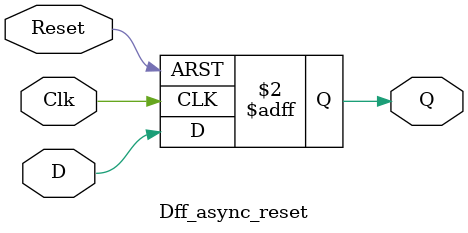
<source format=v>
module Dff_async_reset (
    input D,
    input Clk,
    input Reset,
    output reg Q
);

    always @(posedge Clk or posedge Reset) begin
        if (Reset)
            Q <= 1'b0;
        else
            Q <= D;
    end

endmodule
</source>
